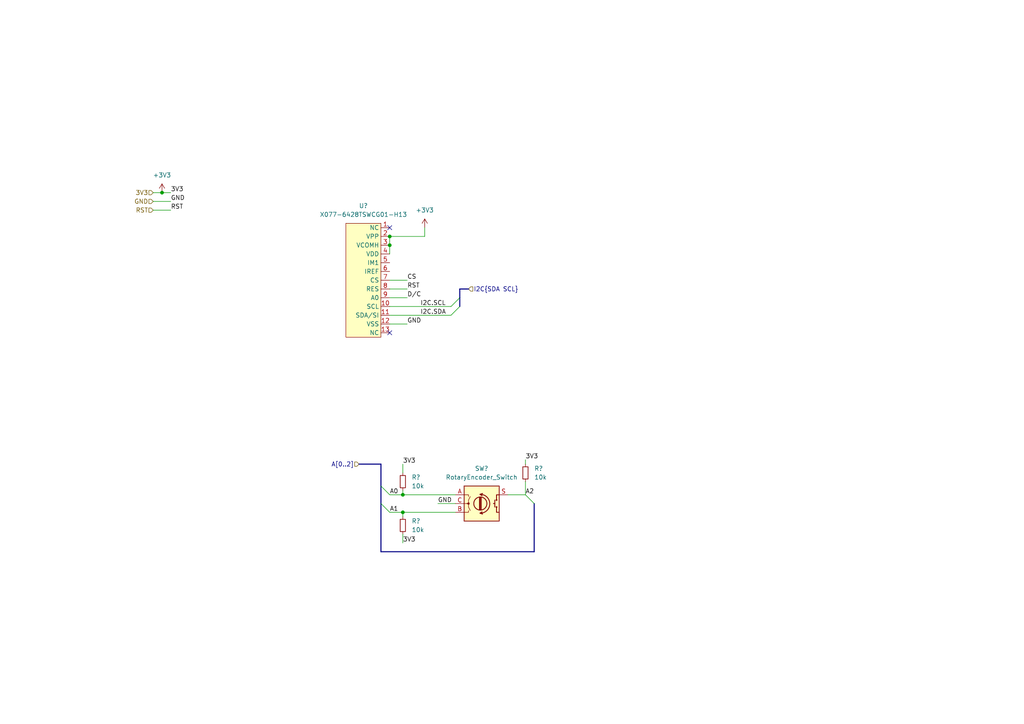
<source format=kicad_sch>
(kicad_sch (version 20211123) (generator eeschema)
  (paper "A4")
  (lib_symbols
    (symbol "Device:R_Small" (pin_numbers hide) (pin_names (offset 0.254) hide)
      (property "Reference" "R" (at 0.762 0.508 0))
      (property "Value" "R_Small" (at 0.762 -1.016 0))
      (symbol "R_Small_0_1"
        (rectangle (start -0.762 1.778) (end 0.762 -1.778) (stroke (width 0.2032)))
      )
      (symbol "R_Small_1_1"
        (pin passive line (at 0 2.54 270) (length 0.762) (name "~") (number "1"))
        (pin passive line (at 0 -2.54 90) (length 0.762) (name "~") (number "2"))
      )
    )
    (symbol "Device:RotaryEncoder_Switch" (pin_names (offset 0.254) hide)
      (property "Reference" "SW1" (at 0 10.16 0))
      (property "Value" "RotaryEncoder_Switch" (at 0 7.62 0))
      (symbol "RotaryEncoder_Switch_0_1"
        (rectangle (start -5.08 5.08) (end 5.08 -5.08) (stroke (width 0.254)) (fill (type background)))
        (circle (center -3.81 0) (radius 0.254) (fill (type outline)))
        (arc (start -0.381 -2.794) (mid 2.3622 -0.0508) (end -0.381 2.667) (stroke (width 0.254)))
        (circle (center -0.381 0) (radius 1.905) (stroke (width 0.254)))
        (polyline (pts (xy -0.635 -1.778) (xy -0.635 1.778)) (stroke (width 0.254)))
        (polyline (pts (xy -0.381 -1.778) (xy -0.381 1.778)) (stroke (width 0.254)))
        (polyline (pts (xy -0.127 1.778) (xy -0.127 -1.778)) (stroke (width 0.254)))
        (polyline (pts (xy 3.81 0) (xy 3.429 0)) (stroke (width 0.254)))
        (polyline (pts (xy 3.81 1.016) (xy 3.81 -1.016)) (stroke (width 0.254)))
        (polyline (pts (xy -5.08 -2.54) (xy -3.81 -2.54) (xy -3.81 -2.032)))
        (polyline (pts (xy -5.08 2.54) (xy -3.81 2.54) (xy -3.81 2.032)))
        (polyline (pts (xy 0.254 -3.048) (xy -0.508 -2.794) (xy 0.127 -2.413)) (stroke (width 0.254)))
        (polyline (pts (xy 0.254 2.921) (xy -0.508 2.667) (xy 0.127 2.286)) (stroke (width 0.254)))
        (polyline (pts (xy 5.08 -2.54) (xy 4.318 -2.54) (xy 4.318 -1.016)) (stroke (width 0.254)))
        (polyline (pts (xy 5.08 2.54) (xy 4.318 2.54) (xy 4.318 1.016)) (stroke (width 0.254)))
        (polyline (pts (xy -5.08 0) (xy -3.81 0) (xy -3.81 -1.016) (xy -3.302 -2.032)))
        (polyline (pts (xy -4.318 0) (xy -3.81 0) (xy -3.81 1.016) (xy -3.302 2.032)))
        (circle (center 4.318 -1.016) (radius 0.127) (stroke (width 0.254)))
        (circle (center 4.318 1.016) (radius 0.127) (stroke (width 0.254)))
      )
      (symbol "RotaryEncoder_Switch_1_1"
        (pin passive line (at -7.62 2.54 0) (length 2.54) (name "A") (number "A"))
        (pin passive line (at -7.62 -2.54 0) (length 2.54) (name "B") (number "B"))
        (pin passive line (at -7.62 0 0) (length 2.54) (name "C") (number "C"))
        (pin passive line (at 7.62 2.54 180) (length 2.54) (name "S") (number "S"))
      )
    )
    (symbol "power:+3V3" (power) (pin_names (offset 0))
      (property "Value" "+3V3" (at 0 3.556 0))
      (symbol "+3V3_0_1"
        (polyline (pts (xy -0.762 1.27) (xy 0 2.54)))
        (polyline (pts (xy 0 0) (xy 0 2.54)))
        (polyline (pts (xy 0 2.54) (xy 0.762 1.27)))
      )
      (symbol "+3V3_1_1"
        (pin power_in line (at 0 0 90) (length 0) hide (name "+3V3") (number "1"))
      )
    )
    (symbol "rsc_sym:X077-6428TSWCG01-H13"
      (property "Reference" "U" (at 0 17.78 0))
      (property "Value" "X077-6428TSWCG01-H13" (at 0 -17.78 0))
      (symbol "X077-6428TSWCG01-H13_0_0"
        (pin unspecified line (at -7.62 15.24 0) (length 2.54) (name "NC") (number "1"))
        (pin unspecified line (at -7.62 -7.62 0) (length 2.54) (name "SCL") (number "10"))
        (pin unspecified line (at -7.62 -10.16 0) (length 2.54) (name "SDA/SI") (number "11"))
        (pin unspecified line (at -7.62 -12.7 0) (length 2.54) (name "VSS") (number "12"))
        (pin unspecified line (at -7.62 -15.24 0) (length 2.54) (name "NC") (number "13"))
        (pin unspecified line (at -7.62 12.7 0) (length 2.54) (name "VPP") (number "2"))
        (pin unspecified line (at -7.62 10.16 0) (length 2.54) (name "VCOMH") (number "3"))
        (pin unspecified line (at -7.62 7.62 0) (length 2.54) (name "VDD") (number "4"))
        (pin unspecified line (at -7.62 5.08 0) (length 2.54) (name "IM1") (number "5"))
        (pin unspecified line (at -7.62 2.54 0) (length 2.54) (name "IREF") (number "6"))
        (pin unspecified line (at -7.62 0 0) (length 2.54) (name "CS") (number "7"))
        (pin unspecified line (at -7.62 -2.54 0) (length 2.54) (name "RES") (number "8"))
        (pin unspecified line (at -7.62 -5.08 0) (length 2.54) (name "A0") (number "9"))
      )
      (symbol "X077-6428TSWCG01-H13_0_1"
        (rectangle (start -5.08 16.51) (end 5.08 -16.51) (fill (type background)))
      )
    )
  )
  (junction (at 116.84 148.59))
  (junction (at 116.84 143.51))
  (junction (at 113.03 71.12))
  (junction (at 46.99 55.88))
  (junction (at 113.03 68.58))
  (no_connect (at 113.03 66.04))
  (no_connect (at 113.03 96.52))
  (bus_entry (at 152.4 143.51) (size 2.54 2.54))
  (bus_entry (at 130.81 91.44) (size 2.54 -2.54))
  (bus_entry (at 110.49 140.97) (size 2.54 2.54))
  (bus_entry (at 110.49 146.05) (size 2.54 2.54))
  (bus_entry (at 130.81 88.9) (size 2.54 -2.54))
  (wire (pts (xy 113.03 88.9) (xy 130.81 88.9)))
  (wire (pts (xy 113.03 93.98) (xy 118.11 93.98)))
  (wire (pts (xy 113.03 81.28) (xy 118.11 81.28)))
  (wire (pts (xy 44.45 60.96) (xy 49.53 60.96)))
  (wire (pts (xy 113.03 68.58) (xy 113.03 71.12)))
  (wire (pts (xy 113.03 91.44) (xy 130.81 91.44)))
  (bus (pts (xy 133.35 86.36) (xy 133.35 83.82)))
  (bus (pts (xy 154.94 160.02) (xy 110.49 160.02)))
  (wire (pts (xy 152.4 143.51) (xy 147.32 143.51)))
  (wire (pts (xy 113.03 148.59) (xy 116.84 148.59)))
  (wire (pts (xy 152.4 139.7) (xy 152.4 143.51)))
  (wire (pts (xy 44.45 58.42) (xy 49.53 58.42)))
  (wire (pts (xy 127 146.05) (xy 132.08 146.05)))
  (wire (pts (xy 113.03 86.36) (xy 118.11 86.36)))
  (bus (pts (xy 133.35 83.82) (xy 135.89 83.82)))
  (bus (pts (xy 110.49 160.02) (xy 110.49 146.05)))
  (bus (pts (xy 110.49 146.05) (xy 110.49 140.97)))
  (bus (pts (xy 133.35 88.9) (xy 133.35 86.36)))
  (bus (pts (xy 154.94 146.05) (xy 154.94 160.02)))
  (wire (pts (xy 46.99 55.88) (xy 49.53 55.88)))
  (wire (pts (xy 113.03 68.58) (xy 123.19 68.58)))
  (wire (pts (xy 113.03 71.12) (xy 113.03 73.66)))
  (wire (pts (xy 113.03 143.51) (xy 116.84 143.51)))
  (wire (pts (xy 132.08 143.51) (xy 116.84 143.51)))
  (wire (pts (xy 113.03 83.82) (xy 118.11 83.82)))
  (wire (pts (xy 44.45 55.88) (xy 46.99 55.88)))
  (wire (pts (xy 116.84 143.51) (xy 116.84 142.24)))
  (wire (pts (xy 116.84 134.62) (xy 116.84 137.16)))
  (bus (pts (xy 110.49 140.97) (xy 110.49 134.62)))
  (bus (pts (xy 110.49 134.62) (xy 104.14 134.62)))
  (wire (pts (xy 116.84 154.94) (xy 116.84 157.48)))
  (wire (pts (xy 152.4 133.35) (xy 152.4 134.62)))
  (wire (pts (xy 116.84 148.59) (xy 116.84 149.86)))
  (wire (pts (xy 132.08 148.59) (xy 116.84 148.59)))
  (wire (pts (xy 123.19 66.04) (xy 123.19 68.58)))
  (label "CS" (at 118.11 81.28 0))
  (label "D{slash}C" (at 118.11 86.36 0))
  (label "A0" (at 113.03 143.51 0))
  (label "RST" (at 49.53 60.96 0))
  (label "GND" (at 118.11 93.98 0))
  (label "3V3" (at 116.84 157.48 0))
  (label "I2C.SDA" (at 121.92 91.44 0))
  (label "3V3" (at 152.4 133.35 0))
  (label "GND" (at 127 146.05 0))
  (label "I2C.SCL" (at 121.92 88.9 0))
  (label "3V3" (at 49.53 55.88 0))
  (label "A2" (at 152.4 143.51 0))
  (label "A1" (at 113.03 148.59 0))
  (label "3V3" (at 116.84 134.62 0))
  (label "RST" (at 118.11 83.82 0))
  (label "GND" (at 49.53 58.42 0))
  (hierarchical_label "GND" (shape input) (at 44.45 58.42 180))
  (hierarchical_label "3V3" (shape input) (at 44.45 55.88 180))
  (hierarchical_label "A[0..2]" (shape input) (at 104.14 134.62 180))
  (hierarchical_label "RST" (shape input) (at 44.45 60.96 180))
  (hierarchical_label "I2C{SDA SCL}" (shape input) (at 135.89 83.82 0))
  (symbol (lib_id "power:+3V3") (at 123.19 66.04 0) (unit 1)
    (property "Reference" "#PWR?" (effects hide))
    (property "Value" "+3V3" (at 123.19 60.96 0))
  )
  (symbol (lib_id "Device:RotaryEncoder_Switch") (at 139.7 146.05 0) (unit 1)
    (property "Reference" "SW?" (at 139.7 135.89 0))
    (property "Value" "RotaryEncoder_Switch" (at 139.7 138.43 0))
    (property "Footprint" "footprint:SIQ-02FVS3" (effects hide))
  )
  (symbol (lib_id "Device:R_Small") (at 116.84 152.4 0) (unit 1)
    (property "Reference" "R?" (at 119.38 151.1299 0) (effects (justify left)))
    (property "Value" "10k" (at 119.38 153.6699 0) (effects (justify left)))
    (property "Footprint" "Resistor_SMD:R_0603_1608Metric_Pad0.98x0.95mm_HandSolder" (effects hide))
  )
  (symbol (lib_id "power:+3V3") (at 46.99 55.88 0) (unit 1)
    (property "Reference" "#PWR?" (effects hide))
    (property "Value" "+3V3" (at 46.99 50.8 0))
  )
  (symbol (lib_id "Device:R_Small") (at 152.4 137.16 0) (unit 1)
    (property "Reference" "R?" (at 154.94 135.8899 0) (effects (justify left)))
    (property "Value" "10k" (at 154.94 138.4299 0) (effects (justify left)))
    (property "Footprint" "Resistor_SMD:R_0603_1608Metric_Pad0.98x0.95mm_HandSolder" (effects hide))
  )
  (symbol (lib_id "rsc_sym:X077-6428TSWCG01-H13") (at 105.41 81.28 0) (mirror y) (unit 1)
    (property "Reference" "U?" (at 105.41 59.69 0))
    (property "Value" "X077-6428TSWCG01-H13" (at 105.41 62.23 0))
  )
  (symbol (lib_id "Device:R_Small") (at 116.84 139.7 0) (unit 1)
    (property "Reference" "R?" (at 119.38 138.4299 0) (effects (justify left)))
    (property "Value" "10k" (at 119.38 140.9699 0) (effects (justify left)))
    (property "Footprint" "Resistor_SMD:R_0603_1608Metric_Pad0.98x0.95mm_HandSolder" (effects hide))
  )
)
</source>
